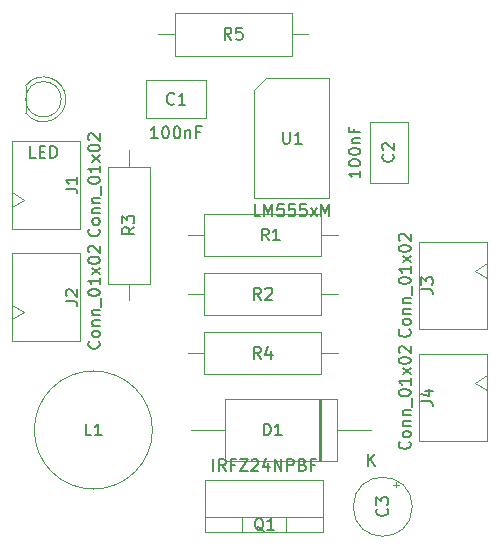
<source format=gbr>
%TF.GenerationSoftware,KiCad,Pcbnew,5.1.10-88a1d61d58~90~ubuntu20.04.1*%
%TF.CreationDate,2022-01-16T22:29:31+00:00*%
%TF.ProjectId,12_24_boost_converter,31325f32-345f-4626-9f6f-73745f636f6e,rev?*%
%TF.SameCoordinates,Original*%
%TF.FileFunction,Other,Fab,Top*%
%FSLAX46Y46*%
G04 Gerber Fmt 4.6, Leading zero omitted, Abs format (unit mm)*
G04 Created by KiCad (PCBNEW 5.1.10-88a1d61d58~90~ubuntu20.04.1) date 2022-01-16 22:29:31*
%MOMM*%
%LPD*%
G01*
G04 APERTURE LIST*
%ADD10C,0.100000*%
%ADD11C,0.150000*%
G04 APERTURE END LIST*
D10*
%TO.C,J4*%
X146850000Y-114000000D02*
X147850000Y-114625000D01*
X147850000Y-113375000D02*
X146850000Y-114000000D01*
X147850000Y-118950000D02*
X147850000Y-111550000D01*
X142100000Y-118950000D02*
X147850000Y-118950000D01*
X142100000Y-111550000D02*
X142100000Y-118950000D01*
X147850000Y-111550000D02*
X142100000Y-111550000D01*
%TO.C,L1*%
X119500000Y-118000000D02*
G75*
G03*
X119500000Y-118000000I-5000000J0D01*
G01*
%TO.C,R5*%
X132700000Y-84500000D02*
X131300000Y-84500000D01*
X120000000Y-84500000D02*
X121400000Y-84500000D01*
X131300000Y-82700000D02*
X121400000Y-82700000D01*
X131300000Y-86300000D02*
X131300000Y-82700000D01*
X121400000Y-86300000D02*
X131300000Y-86300000D01*
X121400000Y-82700000D02*
X121400000Y-86300000D01*
%TO.C,D2*%
X108770000Y-88833810D02*
X108770000Y-91166190D01*
X111770000Y-90000000D02*
G75*
G03*
X111770000Y-90000000I-1500000J0D01*
G01*
X108769445Y-91165476D02*
G75*
G03*
X108770000Y-88833810I1500555J1165476D01*
G01*
%TO.C,D1*%
X135130000Y-120600000D02*
X135130000Y-115400000D01*
X135130000Y-115400000D02*
X125630000Y-115400000D01*
X125630000Y-115400000D02*
X125630000Y-120600000D01*
X125630000Y-120600000D02*
X135130000Y-120600000D01*
X138000000Y-118000000D02*
X135130000Y-118000000D01*
X122760000Y-118000000D02*
X125630000Y-118000000D01*
X133705000Y-120600000D02*
X133705000Y-115400000D01*
X133605000Y-120600000D02*
X133605000Y-115400000D01*
X133805000Y-120600000D02*
X133805000Y-115400000D01*
%TO.C,U1*%
X128135000Y-89230000D02*
X129135000Y-88230000D01*
X128135000Y-98390000D02*
X128135000Y-89230000D01*
X134485000Y-98390000D02*
X128135000Y-98390000D01*
X134485000Y-88230000D02*
X134485000Y-98390000D01*
X129135000Y-88230000D02*
X134485000Y-88230000D01*
%TO.C,R1*%
X135200000Y-101500000D02*
X133800000Y-101500000D01*
X122500000Y-101500000D02*
X123900000Y-101500000D01*
X133800000Y-99700000D02*
X123900000Y-99700000D01*
X133800000Y-103300000D02*
X133800000Y-99700000D01*
X123900000Y-103300000D02*
X133800000Y-103300000D01*
X123900000Y-99700000D02*
X123900000Y-103300000D01*
%TO.C,J3*%
X146850000Y-104500000D02*
X147850000Y-105125000D01*
X147850000Y-103875000D02*
X146850000Y-104500000D01*
X147850000Y-109450000D02*
X147850000Y-102050000D01*
X142100000Y-109450000D02*
X147850000Y-109450000D01*
X142100000Y-102050000D02*
X142100000Y-109450000D01*
X147850000Y-102050000D02*
X142100000Y-102050000D01*
%TO.C,C3*%
X140337500Y-122616395D02*
X139837500Y-122616395D01*
X140087500Y-122366395D02*
X140087500Y-122866395D01*
X141500000Y-124500000D02*
G75*
G03*
X141500000Y-124500000I-2500000J0D01*
G01*
%TO.C,R4*%
X135200000Y-111500000D02*
X133800000Y-111500000D01*
X122500000Y-111500000D02*
X123900000Y-111500000D01*
X133800000Y-109700000D02*
X123900000Y-109700000D01*
X133800000Y-113300000D02*
X133800000Y-109700000D01*
X123900000Y-113300000D02*
X133800000Y-113300000D01*
X123900000Y-109700000D02*
X123900000Y-113300000D01*
%TO.C,R3*%
X117500000Y-94300000D02*
X117500000Y-95700000D01*
X117500000Y-107000000D02*
X117500000Y-105600000D01*
X115700000Y-95700000D02*
X115700000Y-105600000D01*
X119300000Y-95700000D02*
X115700000Y-95700000D01*
X119300000Y-105600000D02*
X119300000Y-95700000D01*
X115700000Y-105600000D02*
X119300000Y-105600000D01*
%TO.C,R2*%
X123900000Y-104700000D02*
X123900000Y-108300000D01*
X123900000Y-108300000D02*
X133800000Y-108300000D01*
X133800000Y-108300000D02*
X133800000Y-104700000D01*
X133800000Y-104700000D02*
X123900000Y-104700000D01*
X122500000Y-106500000D02*
X123900000Y-106500000D01*
X135200000Y-106500000D02*
X133800000Y-106500000D01*
%TO.C,C1*%
X124050000Y-88400000D02*
X118950000Y-88400000D01*
X124050000Y-91600000D02*
X124050000Y-88400000D01*
X118950000Y-91600000D02*
X124050000Y-91600000D01*
X118950000Y-88400000D02*
X118950000Y-91600000D01*
%TO.C,J2*%
X108650000Y-108000000D02*
X107650000Y-107375000D01*
X107650000Y-108625000D02*
X108650000Y-108000000D01*
X107650000Y-103050000D02*
X107650000Y-110450000D01*
X113400000Y-103050000D02*
X107650000Y-103050000D01*
X113400000Y-110450000D02*
X113400000Y-103050000D01*
X107650000Y-110450000D02*
X113400000Y-110450000D01*
%TO.C,C2*%
X141100000Y-97050000D02*
X141100000Y-91950000D01*
X137900000Y-97050000D02*
X141100000Y-97050000D01*
X137900000Y-91950000D02*
X137900000Y-97050000D01*
X141100000Y-91950000D02*
X137900000Y-91950000D01*
%TO.C,Q1*%
X127110000Y-126650000D02*
X127110000Y-125380000D01*
X130810000Y-126650000D02*
X130810000Y-125380000D01*
X133960000Y-125380000D02*
X123960000Y-125380000D01*
X123960000Y-126650000D02*
X133960000Y-126650000D01*
X123960000Y-122250000D02*
X123960000Y-126650000D01*
X133960000Y-122250000D02*
X123960000Y-122250000D01*
X133960000Y-126650000D02*
X133960000Y-122250000D01*
%TO.C,J1*%
X108650000Y-98500000D02*
X107650000Y-97875000D01*
X107650000Y-99125000D02*
X108650000Y-98500000D01*
X107650000Y-93550000D02*
X107650000Y-100950000D01*
X113400000Y-93550000D02*
X107650000Y-93550000D01*
X113400000Y-100950000D02*
X113400000Y-93550000D01*
X107650000Y-100950000D02*
X113400000Y-100950000D01*
%TD*%
%TO.C,J4*%
D11*
X141257142Y-118988095D02*
X141304761Y-119035714D01*
X141352380Y-119178571D01*
X141352380Y-119273809D01*
X141304761Y-119416666D01*
X141209523Y-119511904D01*
X141114285Y-119559523D01*
X140923809Y-119607142D01*
X140780952Y-119607142D01*
X140590476Y-119559523D01*
X140495238Y-119511904D01*
X140400000Y-119416666D01*
X140352380Y-119273809D01*
X140352380Y-119178571D01*
X140400000Y-119035714D01*
X140447619Y-118988095D01*
X141352380Y-118416666D02*
X141304761Y-118511904D01*
X141257142Y-118559523D01*
X141161904Y-118607142D01*
X140876190Y-118607142D01*
X140780952Y-118559523D01*
X140733333Y-118511904D01*
X140685714Y-118416666D01*
X140685714Y-118273809D01*
X140733333Y-118178571D01*
X140780952Y-118130952D01*
X140876190Y-118083333D01*
X141161904Y-118083333D01*
X141257142Y-118130952D01*
X141304761Y-118178571D01*
X141352380Y-118273809D01*
X141352380Y-118416666D01*
X140685714Y-117654761D02*
X141352380Y-117654761D01*
X140780952Y-117654761D02*
X140733333Y-117607142D01*
X140685714Y-117511904D01*
X140685714Y-117369047D01*
X140733333Y-117273809D01*
X140828571Y-117226190D01*
X141352380Y-117226190D01*
X140685714Y-116750000D02*
X141352380Y-116750000D01*
X140780952Y-116750000D02*
X140733333Y-116702380D01*
X140685714Y-116607142D01*
X140685714Y-116464285D01*
X140733333Y-116369047D01*
X140828571Y-116321428D01*
X141352380Y-116321428D01*
X141447619Y-116083333D02*
X141447619Y-115321428D01*
X140352380Y-114892857D02*
X140352380Y-114797619D01*
X140400000Y-114702380D01*
X140447619Y-114654761D01*
X140542857Y-114607142D01*
X140733333Y-114559523D01*
X140971428Y-114559523D01*
X141161904Y-114607142D01*
X141257142Y-114654761D01*
X141304761Y-114702380D01*
X141352380Y-114797619D01*
X141352380Y-114892857D01*
X141304761Y-114988095D01*
X141257142Y-115035714D01*
X141161904Y-115083333D01*
X140971428Y-115130952D01*
X140733333Y-115130952D01*
X140542857Y-115083333D01*
X140447619Y-115035714D01*
X140400000Y-114988095D01*
X140352380Y-114892857D01*
X141352380Y-113607142D02*
X141352380Y-114178571D01*
X141352380Y-113892857D02*
X140352380Y-113892857D01*
X140495238Y-113988095D01*
X140590476Y-114083333D01*
X140638095Y-114178571D01*
X141352380Y-113273809D02*
X140685714Y-112750000D01*
X140685714Y-113273809D02*
X141352380Y-112750000D01*
X140352380Y-112178571D02*
X140352380Y-112083333D01*
X140400000Y-111988095D01*
X140447619Y-111940476D01*
X140542857Y-111892857D01*
X140733333Y-111845238D01*
X140971428Y-111845238D01*
X141161904Y-111892857D01*
X141257142Y-111940476D01*
X141304761Y-111988095D01*
X141352380Y-112083333D01*
X141352380Y-112178571D01*
X141304761Y-112273809D01*
X141257142Y-112321428D01*
X141161904Y-112369047D01*
X140971428Y-112416666D01*
X140733333Y-112416666D01*
X140542857Y-112369047D01*
X140447619Y-112321428D01*
X140400000Y-112273809D01*
X140352380Y-112178571D01*
X140447619Y-111464285D02*
X140400000Y-111416666D01*
X140352380Y-111321428D01*
X140352380Y-111083333D01*
X140400000Y-110988095D01*
X140447619Y-110940476D01*
X140542857Y-110892857D01*
X140638095Y-110892857D01*
X140780952Y-110940476D01*
X141352380Y-111511904D01*
X141352380Y-110892857D01*
X142252380Y-115583333D02*
X142966666Y-115583333D01*
X143109523Y-115630952D01*
X143204761Y-115726190D01*
X143252380Y-115869047D01*
X143252380Y-115964285D01*
X142585714Y-114678571D02*
X143252380Y-114678571D01*
X142204761Y-114916666D02*
X142919047Y-115154761D01*
X142919047Y-114535714D01*
%TO.C,L1*%
X114333333Y-118452380D02*
X113857142Y-118452380D01*
X113857142Y-117452380D01*
X115190476Y-118452380D02*
X114619047Y-118452380D01*
X114904761Y-118452380D02*
X114904761Y-117452380D01*
X114809523Y-117595238D01*
X114714285Y-117690476D01*
X114619047Y-117738095D01*
%TO.C,R5*%
X126183333Y-84952380D02*
X125850000Y-84476190D01*
X125611904Y-84952380D02*
X125611904Y-83952380D01*
X125992857Y-83952380D01*
X126088095Y-84000000D01*
X126135714Y-84047619D01*
X126183333Y-84142857D01*
X126183333Y-84285714D01*
X126135714Y-84380952D01*
X126088095Y-84428571D01*
X125992857Y-84476190D01*
X125611904Y-84476190D01*
X127088095Y-83952380D02*
X126611904Y-83952380D01*
X126564285Y-84428571D01*
X126611904Y-84380952D01*
X126707142Y-84333333D01*
X126945238Y-84333333D01*
X127040476Y-84380952D01*
X127088095Y-84428571D01*
X127135714Y-84523809D01*
X127135714Y-84761904D01*
X127088095Y-84857142D01*
X127040476Y-84904761D01*
X126945238Y-84952380D01*
X126707142Y-84952380D01*
X126611904Y-84904761D01*
X126564285Y-84857142D01*
%TO.C,D2*%
X109627142Y-94952380D02*
X109150952Y-94952380D01*
X109150952Y-93952380D01*
X109960476Y-94428571D02*
X110293809Y-94428571D01*
X110436666Y-94952380D02*
X109960476Y-94952380D01*
X109960476Y-93952380D01*
X110436666Y-93952380D01*
X110865238Y-94952380D02*
X110865238Y-93952380D01*
X111103333Y-93952380D01*
X111246190Y-94000000D01*
X111341428Y-94095238D01*
X111389047Y-94190476D01*
X111436666Y-94380952D01*
X111436666Y-94523809D01*
X111389047Y-94714285D01*
X111341428Y-94809523D01*
X111246190Y-94904761D01*
X111103333Y-94952380D01*
X110865238Y-94952380D01*
%TO.C,D1*%
X137738095Y-121052380D02*
X137738095Y-120052380D01*
X138309523Y-121052380D02*
X137880952Y-120480952D01*
X138309523Y-120052380D02*
X137738095Y-120623809D01*
X128929404Y-118452380D02*
X128929404Y-117452380D01*
X129167500Y-117452380D01*
X129310357Y-117500000D01*
X129405595Y-117595238D01*
X129453214Y-117690476D01*
X129500833Y-117880952D01*
X129500833Y-118023809D01*
X129453214Y-118214285D01*
X129405595Y-118309523D01*
X129310357Y-118404761D01*
X129167500Y-118452380D01*
X128929404Y-118452380D01*
X130453214Y-118452380D02*
X129881785Y-118452380D01*
X130167500Y-118452380D02*
X130167500Y-117452380D01*
X130072261Y-117595238D01*
X129977023Y-117690476D01*
X129881785Y-117738095D01*
%TO.C,U1*%
X128643333Y-99902380D02*
X128167142Y-99902380D01*
X128167142Y-98902380D01*
X128976666Y-99902380D02*
X128976666Y-98902380D01*
X129310000Y-99616666D01*
X129643333Y-98902380D01*
X129643333Y-99902380D01*
X130595714Y-98902380D02*
X130119523Y-98902380D01*
X130071904Y-99378571D01*
X130119523Y-99330952D01*
X130214761Y-99283333D01*
X130452857Y-99283333D01*
X130548095Y-99330952D01*
X130595714Y-99378571D01*
X130643333Y-99473809D01*
X130643333Y-99711904D01*
X130595714Y-99807142D01*
X130548095Y-99854761D01*
X130452857Y-99902380D01*
X130214761Y-99902380D01*
X130119523Y-99854761D01*
X130071904Y-99807142D01*
X131548095Y-98902380D02*
X131071904Y-98902380D01*
X131024285Y-99378571D01*
X131071904Y-99330952D01*
X131167142Y-99283333D01*
X131405238Y-99283333D01*
X131500476Y-99330952D01*
X131548095Y-99378571D01*
X131595714Y-99473809D01*
X131595714Y-99711904D01*
X131548095Y-99807142D01*
X131500476Y-99854761D01*
X131405238Y-99902380D01*
X131167142Y-99902380D01*
X131071904Y-99854761D01*
X131024285Y-99807142D01*
X132500476Y-98902380D02*
X132024285Y-98902380D01*
X131976666Y-99378571D01*
X132024285Y-99330952D01*
X132119523Y-99283333D01*
X132357619Y-99283333D01*
X132452857Y-99330952D01*
X132500476Y-99378571D01*
X132548095Y-99473809D01*
X132548095Y-99711904D01*
X132500476Y-99807142D01*
X132452857Y-99854761D01*
X132357619Y-99902380D01*
X132119523Y-99902380D01*
X132024285Y-99854761D01*
X131976666Y-99807142D01*
X132881428Y-99902380D02*
X133405238Y-99235714D01*
X132881428Y-99235714D02*
X133405238Y-99902380D01*
X133786190Y-99902380D02*
X133786190Y-98902380D01*
X134119523Y-99616666D01*
X134452857Y-98902380D01*
X134452857Y-99902380D01*
X130548095Y-92762380D02*
X130548095Y-93571904D01*
X130595714Y-93667142D01*
X130643333Y-93714761D01*
X130738571Y-93762380D01*
X130929047Y-93762380D01*
X131024285Y-93714761D01*
X131071904Y-93667142D01*
X131119523Y-93571904D01*
X131119523Y-92762380D01*
X132119523Y-93762380D02*
X131548095Y-93762380D01*
X131833809Y-93762380D02*
X131833809Y-92762380D01*
X131738571Y-92905238D01*
X131643333Y-93000476D01*
X131548095Y-93048095D01*
%TO.C,R1*%
X129333333Y-101952380D02*
X129000000Y-101476190D01*
X128761904Y-101952380D02*
X128761904Y-100952380D01*
X129142857Y-100952380D01*
X129238095Y-101000000D01*
X129285714Y-101047619D01*
X129333333Y-101142857D01*
X129333333Y-101285714D01*
X129285714Y-101380952D01*
X129238095Y-101428571D01*
X129142857Y-101476190D01*
X128761904Y-101476190D01*
X130285714Y-101952380D02*
X129714285Y-101952380D01*
X130000000Y-101952380D02*
X130000000Y-100952380D01*
X129904761Y-101095238D01*
X129809523Y-101190476D01*
X129714285Y-101238095D01*
%TO.C,J3*%
X141257142Y-109488095D02*
X141304761Y-109535714D01*
X141352380Y-109678571D01*
X141352380Y-109773809D01*
X141304761Y-109916666D01*
X141209523Y-110011904D01*
X141114285Y-110059523D01*
X140923809Y-110107142D01*
X140780952Y-110107142D01*
X140590476Y-110059523D01*
X140495238Y-110011904D01*
X140400000Y-109916666D01*
X140352380Y-109773809D01*
X140352380Y-109678571D01*
X140400000Y-109535714D01*
X140447619Y-109488095D01*
X141352380Y-108916666D02*
X141304761Y-109011904D01*
X141257142Y-109059523D01*
X141161904Y-109107142D01*
X140876190Y-109107142D01*
X140780952Y-109059523D01*
X140733333Y-109011904D01*
X140685714Y-108916666D01*
X140685714Y-108773809D01*
X140733333Y-108678571D01*
X140780952Y-108630952D01*
X140876190Y-108583333D01*
X141161904Y-108583333D01*
X141257142Y-108630952D01*
X141304761Y-108678571D01*
X141352380Y-108773809D01*
X141352380Y-108916666D01*
X140685714Y-108154761D02*
X141352380Y-108154761D01*
X140780952Y-108154761D02*
X140733333Y-108107142D01*
X140685714Y-108011904D01*
X140685714Y-107869047D01*
X140733333Y-107773809D01*
X140828571Y-107726190D01*
X141352380Y-107726190D01*
X140685714Y-107250000D02*
X141352380Y-107250000D01*
X140780952Y-107250000D02*
X140733333Y-107202380D01*
X140685714Y-107107142D01*
X140685714Y-106964285D01*
X140733333Y-106869047D01*
X140828571Y-106821428D01*
X141352380Y-106821428D01*
X141447619Y-106583333D02*
X141447619Y-105821428D01*
X140352380Y-105392857D02*
X140352380Y-105297619D01*
X140400000Y-105202380D01*
X140447619Y-105154761D01*
X140542857Y-105107142D01*
X140733333Y-105059523D01*
X140971428Y-105059523D01*
X141161904Y-105107142D01*
X141257142Y-105154761D01*
X141304761Y-105202380D01*
X141352380Y-105297619D01*
X141352380Y-105392857D01*
X141304761Y-105488095D01*
X141257142Y-105535714D01*
X141161904Y-105583333D01*
X140971428Y-105630952D01*
X140733333Y-105630952D01*
X140542857Y-105583333D01*
X140447619Y-105535714D01*
X140400000Y-105488095D01*
X140352380Y-105392857D01*
X141352380Y-104107142D02*
X141352380Y-104678571D01*
X141352380Y-104392857D02*
X140352380Y-104392857D01*
X140495238Y-104488095D01*
X140590476Y-104583333D01*
X140638095Y-104678571D01*
X141352380Y-103773809D02*
X140685714Y-103250000D01*
X140685714Y-103773809D02*
X141352380Y-103250000D01*
X140352380Y-102678571D02*
X140352380Y-102583333D01*
X140400000Y-102488095D01*
X140447619Y-102440476D01*
X140542857Y-102392857D01*
X140733333Y-102345238D01*
X140971428Y-102345238D01*
X141161904Y-102392857D01*
X141257142Y-102440476D01*
X141304761Y-102488095D01*
X141352380Y-102583333D01*
X141352380Y-102678571D01*
X141304761Y-102773809D01*
X141257142Y-102821428D01*
X141161904Y-102869047D01*
X140971428Y-102916666D01*
X140733333Y-102916666D01*
X140542857Y-102869047D01*
X140447619Y-102821428D01*
X140400000Y-102773809D01*
X140352380Y-102678571D01*
X140447619Y-101964285D02*
X140400000Y-101916666D01*
X140352380Y-101821428D01*
X140352380Y-101583333D01*
X140400000Y-101488095D01*
X140447619Y-101440476D01*
X140542857Y-101392857D01*
X140638095Y-101392857D01*
X140780952Y-101440476D01*
X141352380Y-102011904D01*
X141352380Y-101392857D01*
X142252380Y-106083333D02*
X142966666Y-106083333D01*
X143109523Y-106130952D01*
X143204761Y-106226190D01*
X143252380Y-106369047D01*
X143252380Y-106464285D01*
X142252380Y-105702380D02*
X142252380Y-105083333D01*
X142633333Y-105416666D01*
X142633333Y-105273809D01*
X142680952Y-105178571D01*
X142728571Y-105130952D01*
X142823809Y-105083333D01*
X143061904Y-105083333D01*
X143157142Y-105130952D01*
X143204761Y-105178571D01*
X143252380Y-105273809D01*
X143252380Y-105559523D01*
X143204761Y-105654761D01*
X143157142Y-105702380D01*
%TO.C,C3*%
X139357142Y-124666666D02*
X139404761Y-124714285D01*
X139452380Y-124857142D01*
X139452380Y-124952380D01*
X139404761Y-125095238D01*
X139309523Y-125190476D01*
X139214285Y-125238095D01*
X139023809Y-125285714D01*
X138880952Y-125285714D01*
X138690476Y-125238095D01*
X138595238Y-125190476D01*
X138500000Y-125095238D01*
X138452380Y-124952380D01*
X138452380Y-124857142D01*
X138500000Y-124714285D01*
X138547619Y-124666666D01*
X138452380Y-124333333D02*
X138452380Y-123714285D01*
X138833333Y-124047619D01*
X138833333Y-123904761D01*
X138880952Y-123809523D01*
X138928571Y-123761904D01*
X139023809Y-123714285D01*
X139261904Y-123714285D01*
X139357142Y-123761904D01*
X139404761Y-123809523D01*
X139452380Y-123904761D01*
X139452380Y-124190476D01*
X139404761Y-124285714D01*
X139357142Y-124333333D01*
%TO.C,R4*%
X128683333Y-111952380D02*
X128350000Y-111476190D01*
X128111904Y-111952380D02*
X128111904Y-110952380D01*
X128492857Y-110952380D01*
X128588095Y-111000000D01*
X128635714Y-111047619D01*
X128683333Y-111142857D01*
X128683333Y-111285714D01*
X128635714Y-111380952D01*
X128588095Y-111428571D01*
X128492857Y-111476190D01*
X128111904Y-111476190D01*
X129540476Y-111285714D02*
X129540476Y-111952380D01*
X129302380Y-110904761D02*
X129064285Y-111619047D01*
X129683333Y-111619047D01*
%TO.C,R3*%
X117952380Y-100816666D02*
X117476190Y-101150000D01*
X117952380Y-101388095D02*
X116952380Y-101388095D01*
X116952380Y-101007142D01*
X117000000Y-100911904D01*
X117047619Y-100864285D01*
X117142857Y-100816666D01*
X117285714Y-100816666D01*
X117380952Y-100864285D01*
X117428571Y-100911904D01*
X117476190Y-101007142D01*
X117476190Y-101388095D01*
X116952380Y-100483333D02*
X116952380Y-99864285D01*
X117333333Y-100197619D01*
X117333333Y-100054761D01*
X117380952Y-99959523D01*
X117428571Y-99911904D01*
X117523809Y-99864285D01*
X117761904Y-99864285D01*
X117857142Y-99911904D01*
X117904761Y-99959523D01*
X117952380Y-100054761D01*
X117952380Y-100340476D01*
X117904761Y-100435714D01*
X117857142Y-100483333D01*
%TO.C,R2*%
X128683333Y-106952380D02*
X128350000Y-106476190D01*
X128111904Y-106952380D02*
X128111904Y-105952380D01*
X128492857Y-105952380D01*
X128588095Y-106000000D01*
X128635714Y-106047619D01*
X128683333Y-106142857D01*
X128683333Y-106285714D01*
X128635714Y-106380952D01*
X128588095Y-106428571D01*
X128492857Y-106476190D01*
X128111904Y-106476190D01*
X129064285Y-106047619D02*
X129111904Y-106000000D01*
X129207142Y-105952380D01*
X129445238Y-105952380D01*
X129540476Y-106000000D01*
X129588095Y-106047619D01*
X129635714Y-106142857D01*
X129635714Y-106238095D01*
X129588095Y-106380952D01*
X129016666Y-106952380D01*
X129635714Y-106952380D01*
%TO.C,C1*%
X119952380Y-93302380D02*
X119380952Y-93302380D01*
X119666666Y-93302380D02*
X119666666Y-92302380D01*
X119571428Y-92445238D01*
X119476190Y-92540476D01*
X119380952Y-92588095D01*
X120571428Y-92302380D02*
X120666666Y-92302380D01*
X120761904Y-92350000D01*
X120809523Y-92397619D01*
X120857142Y-92492857D01*
X120904761Y-92683333D01*
X120904761Y-92921428D01*
X120857142Y-93111904D01*
X120809523Y-93207142D01*
X120761904Y-93254761D01*
X120666666Y-93302380D01*
X120571428Y-93302380D01*
X120476190Y-93254761D01*
X120428571Y-93207142D01*
X120380952Y-93111904D01*
X120333333Y-92921428D01*
X120333333Y-92683333D01*
X120380952Y-92492857D01*
X120428571Y-92397619D01*
X120476190Y-92350000D01*
X120571428Y-92302380D01*
X121523809Y-92302380D02*
X121619047Y-92302380D01*
X121714285Y-92350000D01*
X121761904Y-92397619D01*
X121809523Y-92492857D01*
X121857142Y-92683333D01*
X121857142Y-92921428D01*
X121809523Y-93111904D01*
X121761904Y-93207142D01*
X121714285Y-93254761D01*
X121619047Y-93302380D01*
X121523809Y-93302380D01*
X121428571Y-93254761D01*
X121380952Y-93207142D01*
X121333333Y-93111904D01*
X121285714Y-92921428D01*
X121285714Y-92683333D01*
X121333333Y-92492857D01*
X121380952Y-92397619D01*
X121428571Y-92350000D01*
X121523809Y-92302380D01*
X122285714Y-92635714D02*
X122285714Y-93302380D01*
X122285714Y-92730952D02*
X122333333Y-92683333D01*
X122428571Y-92635714D01*
X122571428Y-92635714D01*
X122666666Y-92683333D01*
X122714285Y-92778571D01*
X122714285Y-93302380D01*
X123523809Y-92778571D02*
X123190476Y-92778571D01*
X123190476Y-93302380D02*
X123190476Y-92302380D01*
X123666666Y-92302380D01*
X121333333Y-90357142D02*
X121285714Y-90404761D01*
X121142857Y-90452380D01*
X121047619Y-90452380D01*
X120904761Y-90404761D01*
X120809523Y-90309523D01*
X120761904Y-90214285D01*
X120714285Y-90023809D01*
X120714285Y-89880952D01*
X120761904Y-89690476D01*
X120809523Y-89595238D01*
X120904761Y-89500000D01*
X121047619Y-89452380D01*
X121142857Y-89452380D01*
X121285714Y-89500000D01*
X121333333Y-89547619D01*
X122285714Y-90452380D02*
X121714285Y-90452380D01*
X122000000Y-90452380D02*
X122000000Y-89452380D01*
X121904761Y-89595238D01*
X121809523Y-89690476D01*
X121714285Y-89738095D01*
%TO.C,J2*%
X114957142Y-110488095D02*
X115004761Y-110535714D01*
X115052380Y-110678571D01*
X115052380Y-110773809D01*
X115004761Y-110916666D01*
X114909523Y-111011904D01*
X114814285Y-111059523D01*
X114623809Y-111107142D01*
X114480952Y-111107142D01*
X114290476Y-111059523D01*
X114195238Y-111011904D01*
X114100000Y-110916666D01*
X114052380Y-110773809D01*
X114052380Y-110678571D01*
X114100000Y-110535714D01*
X114147619Y-110488095D01*
X115052380Y-109916666D02*
X115004761Y-110011904D01*
X114957142Y-110059523D01*
X114861904Y-110107142D01*
X114576190Y-110107142D01*
X114480952Y-110059523D01*
X114433333Y-110011904D01*
X114385714Y-109916666D01*
X114385714Y-109773809D01*
X114433333Y-109678571D01*
X114480952Y-109630952D01*
X114576190Y-109583333D01*
X114861904Y-109583333D01*
X114957142Y-109630952D01*
X115004761Y-109678571D01*
X115052380Y-109773809D01*
X115052380Y-109916666D01*
X114385714Y-109154761D02*
X115052380Y-109154761D01*
X114480952Y-109154761D02*
X114433333Y-109107142D01*
X114385714Y-109011904D01*
X114385714Y-108869047D01*
X114433333Y-108773809D01*
X114528571Y-108726190D01*
X115052380Y-108726190D01*
X114385714Y-108250000D02*
X115052380Y-108250000D01*
X114480952Y-108250000D02*
X114433333Y-108202380D01*
X114385714Y-108107142D01*
X114385714Y-107964285D01*
X114433333Y-107869047D01*
X114528571Y-107821428D01*
X115052380Y-107821428D01*
X115147619Y-107583333D02*
X115147619Y-106821428D01*
X114052380Y-106392857D02*
X114052380Y-106297619D01*
X114100000Y-106202380D01*
X114147619Y-106154761D01*
X114242857Y-106107142D01*
X114433333Y-106059523D01*
X114671428Y-106059523D01*
X114861904Y-106107142D01*
X114957142Y-106154761D01*
X115004761Y-106202380D01*
X115052380Y-106297619D01*
X115052380Y-106392857D01*
X115004761Y-106488095D01*
X114957142Y-106535714D01*
X114861904Y-106583333D01*
X114671428Y-106630952D01*
X114433333Y-106630952D01*
X114242857Y-106583333D01*
X114147619Y-106535714D01*
X114100000Y-106488095D01*
X114052380Y-106392857D01*
X115052380Y-105107142D02*
X115052380Y-105678571D01*
X115052380Y-105392857D02*
X114052380Y-105392857D01*
X114195238Y-105488095D01*
X114290476Y-105583333D01*
X114338095Y-105678571D01*
X115052380Y-104773809D02*
X114385714Y-104250000D01*
X114385714Y-104773809D02*
X115052380Y-104250000D01*
X114052380Y-103678571D02*
X114052380Y-103583333D01*
X114100000Y-103488095D01*
X114147619Y-103440476D01*
X114242857Y-103392857D01*
X114433333Y-103345238D01*
X114671428Y-103345238D01*
X114861904Y-103392857D01*
X114957142Y-103440476D01*
X115004761Y-103488095D01*
X115052380Y-103583333D01*
X115052380Y-103678571D01*
X115004761Y-103773809D01*
X114957142Y-103821428D01*
X114861904Y-103869047D01*
X114671428Y-103916666D01*
X114433333Y-103916666D01*
X114242857Y-103869047D01*
X114147619Y-103821428D01*
X114100000Y-103773809D01*
X114052380Y-103678571D01*
X114147619Y-102964285D02*
X114100000Y-102916666D01*
X114052380Y-102821428D01*
X114052380Y-102583333D01*
X114100000Y-102488095D01*
X114147619Y-102440476D01*
X114242857Y-102392857D01*
X114338095Y-102392857D01*
X114480952Y-102440476D01*
X115052380Y-103011904D01*
X115052380Y-102392857D01*
X112152380Y-107083333D02*
X112866666Y-107083333D01*
X113009523Y-107130952D01*
X113104761Y-107226190D01*
X113152380Y-107369047D01*
X113152380Y-107464285D01*
X112247619Y-106654761D02*
X112200000Y-106607142D01*
X112152380Y-106511904D01*
X112152380Y-106273809D01*
X112200000Y-106178571D01*
X112247619Y-106130952D01*
X112342857Y-106083333D01*
X112438095Y-106083333D01*
X112580952Y-106130952D01*
X113152380Y-106702380D01*
X113152380Y-106083333D01*
%TO.C,C2*%
X137102380Y-96047619D02*
X137102380Y-96619047D01*
X137102380Y-96333333D02*
X136102380Y-96333333D01*
X136245238Y-96428571D01*
X136340476Y-96523809D01*
X136388095Y-96619047D01*
X136102380Y-95428571D02*
X136102380Y-95333333D01*
X136150000Y-95238095D01*
X136197619Y-95190476D01*
X136292857Y-95142857D01*
X136483333Y-95095238D01*
X136721428Y-95095238D01*
X136911904Y-95142857D01*
X137007142Y-95190476D01*
X137054761Y-95238095D01*
X137102380Y-95333333D01*
X137102380Y-95428571D01*
X137054761Y-95523809D01*
X137007142Y-95571428D01*
X136911904Y-95619047D01*
X136721428Y-95666666D01*
X136483333Y-95666666D01*
X136292857Y-95619047D01*
X136197619Y-95571428D01*
X136150000Y-95523809D01*
X136102380Y-95428571D01*
X136102380Y-94476190D02*
X136102380Y-94380952D01*
X136150000Y-94285714D01*
X136197619Y-94238095D01*
X136292857Y-94190476D01*
X136483333Y-94142857D01*
X136721428Y-94142857D01*
X136911904Y-94190476D01*
X137007142Y-94238095D01*
X137054761Y-94285714D01*
X137102380Y-94380952D01*
X137102380Y-94476190D01*
X137054761Y-94571428D01*
X137007142Y-94619047D01*
X136911904Y-94666666D01*
X136721428Y-94714285D01*
X136483333Y-94714285D01*
X136292857Y-94666666D01*
X136197619Y-94619047D01*
X136150000Y-94571428D01*
X136102380Y-94476190D01*
X136435714Y-93714285D02*
X137102380Y-93714285D01*
X136530952Y-93714285D02*
X136483333Y-93666666D01*
X136435714Y-93571428D01*
X136435714Y-93428571D01*
X136483333Y-93333333D01*
X136578571Y-93285714D01*
X137102380Y-93285714D01*
X136578571Y-92476190D02*
X136578571Y-92809523D01*
X137102380Y-92809523D02*
X136102380Y-92809523D01*
X136102380Y-92333333D01*
X139857142Y-94666666D02*
X139904761Y-94714285D01*
X139952380Y-94857142D01*
X139952380Y-94952380D01*
X139904761Y-95095238D01*
X139809523Y-95190476D01*
X139714285Y-95238095D01*
X139523809Y-95285714D01*
X139380952Y-95285714D01*
X139190476Y-95238095D01*
X139095238Y-95190476D01*
X139000000Y-95095238D01*
X138952380Y-94952380D01*
X138952380Y-94857142D01*
X139000000Y-94714285D01*
X139047619Y-94666666D01*
X139047619Y-94285714D02*
X139000000Y-94238095D01*
X138952380Y-94142857D01*
X138952380Y-93904761D01*
X139000000Y-93809523D01*
X139047619Y-93761904D01*
X139142857Y-93714285D01*
X139238095Y-93714285D01*
X139380952Y-93761904D01*
X139952380Y-94333333D01*
X139952380Y-93714285D01*
%TO.C,Q1*%
X124650476Y-121452380D02*
X124650476Y-120452380D01*
X125698095Y-121452380D02*
X125364761Y-120976190D01*
X125126666Y-121452380D02*
X125126666Y-120452380D01*
X125507619Y-120452380D01*
X125602857Y-120500000D01*
X125650476Y-120547619D01*
X125698095Y-120642857D01*
X125698095Y-120785714D01*
X125650476Y-120880952D01*
X125602857Y-120928571D01*
X125507619Y-120976190D01*
X125126666Y-120976190D01*
X126460000Y-120928571D02*
X126126666Y-120928571D01*
X126126666Y-121452380D02*
X126126666Y-120452380D01*
X126602857Y-120452380D01*
X126888571Y-120452380D02*
X127555238Y-120452380D01*
X126888571Y-121452380D01*
X127555238Y-121452380D01*
X127888571Y-120547619D02*
X127936190Y-120500000D01*
X128031428Y-120452380D01*
X128269523Y-120452380D01*
X128364761Y-120500000D01*
X128412380Y-120547619D01*
X128460000Y-120642857D01*
X128460000Y-120738095D01*
X128412380Y-120880952D01*
X127840952Y-121452380D01*
X128460000Y-121452380D01*
X129317142Y-120785714D02*
X129317142Y-121452380D01*
X129079047Y-120404761D02*
X128840952Y-121119047D01*
X129460000Y-121119047D01*
X129840952Y-121452380D02*
X129840952Y-120452380D01*
X130412380Y-121452380D01*
X130412380Y-120452380D01*
X130888571Y-121452380D02*
X130888571Y-120452380D01*
X131269523Y-120452380D01*
X131364761Y-120500000D01*
X131412380Y-120547619D01*
X131460000Y-120642857D01*
X131460000Y-120785714D01*
X131412380Y-120880952D01*
X131364761Y-120928571D01*
X131269523Y-120976190D01*
X130888571Y-120976190D01*
X132221904Y-120928571D02*
X132364761Y-120976190D01*
X132412380Y-121023809D01*
X132460000Y-121119047D01*
X132460000Y-121261904D01*
X132412380Y-121357142D01*
X132364761Y-121404761D01*
X132269523Y-121452380D01*
X131888571Y-121452380D01*
X131888571Y-120452380D01*
X132221904Y-120452380D01*
X132317142Y-120500000D01*
X132364761Y-120547619D01*
X132412380Y-120642857D01*
X132412380Y-120738095D01*
X132364761Y-120833333D01*
X132317142Y-120880952D01*
X132221904Y-120928571D01*
X131888571Y-120928571D01*
X133221904Y-120928571D02*
X132888571Y-120928571D01*
X132888571Y-121452380D02*
X132888571Y-120452380D01*
X133364761Y-120452380D01*
X128904761Y-126547619D02*
X128809523Y-126500000D01*
X128714285Y-126404761D01*
X128571428Y-126261904D01*
X128476190Y-126214285D01*
X128380952Y-126214285D01*
X128428571Y-126452380D02*
X128333333Y-126404761D01*
X128238095Y-126309523D01*
X128190476Y-126119047D01*
X128190476Y-125785714D01*
X128238095Y-125595238D01*
X128333333Y-125500000D01*
X128428571Y-125452380D01*
X128619047Y-125452380D01*
X128714285Y-125500000D01*
X128809523Y-125595238D01*
X128857142Y-125785714D01*
X128857142Y-126119047D01*
X128809523Y-126309523D01*
X128714285Y-126404761D01*
X128619047Y-126452380D01*
X128428571Y-126452380D01*
X129809523Y-126452380D02*
X129238095Y-126452380D01*
X129523809Y-126452380D02*
X129523809Y-125452380D01*
X129428571Y-125595238D01*
X129333333Y-125690476D01*
X129238095Y-125738095D01*
%TO.C,J1*%
X114957142Y-100988095D02*
X115004761Y-101035714D01*
X115052380Y-101178571D01*
X115052380Y-101273809D01*
X115004761Y-101416666D01*
X114909523Y-101511904D01*
X114814285Y-101559523D01*
X114623809Y-101607142D01*
X114480952Y-101607142D01*
X114290476Y-101559523D01*
X114195238Y-101511904D01*
X114100000Y-101416666D01*
X114052380Y-101273809D01*
X114052380Y-101178571D01*
X114100000Y-101035714D01*
X114147619Y-100988095D01*
X115052380Y-100416666D02*
X115004761Y-100511904D01*
X114957142Y-100559523D01*
X114861904Y-100607142D01*
X114576190Y-100607142D01*
X114480952Y-100559523D01*
X114433333Y-100511904D01*
X114385714Y-100416666D01*
X114385714Y-100273809D01*
X114433333Y-100178571D01*
X114480952Y-100130952D01*
X114576190Y-100083333D01*
X114861904Y-100083333D01*
X114957142Y-100130952D01*
X115004761Y-100178571D01*
X115052380Y-100273809D01*
X115052380Y-100416666D01*
X114385714Y-99654761D02*
X115052380Y-99654761D01*
X114480952Y-99654761D02*
X114433333Y-99607142D01*
X114385714Y-99511904D01*
X114385714Y-99369047D01*
X114433333Y-99273809D01*
X114528571Y-99226190D01*
X115052380Y-99226190D01*
X114385714Y-98750000D02*
X115052380Y-98750000D01*
X114480952Y-98750000D02*
X114433333Y-98702380D01*
X114385714Y-98607142D01*
X114385714Y-98464285D01*
X114433333Y-98369047D01*
X114528571Y-98321428D01*
X115052380Y-98321428D01*
X115147619Y-98083333D02*
X115147619Y-97321428D01*
X114052380Y-96892857D02*
X114052380Y-96797619D01*
X114100000Y-96702380D01*
X114147619Y-96654761D01*
X114242857Y-96607142D01*
X114433333Y-96559523D01*
X114671428Y-96559523D01*
X114861904Y-96607142D01*
X114957142Y-96654761D01*
X115004761Y-96702380D01*
X115052380Y-96797619D01*
X115052380Y-96892857D01*
X115004761Y-96988095D01*
X114957142Y-97035714D01*
X114861904Y-97083333D01*
X114671428Y-97130952D01*
X114433333Y-97130952D01*
X114242857Y-97083333D01*
X114147619Y-97035714D01*
X114100000Y-96988095D01*
X114052380Y-96892857D01*
X115052380Y-95607142D02*
X115052380Y-96178571D01*
X115052380Y-95892857D02*
X114052380Y-95892857D01*
X114195238Y-95988095D01*
X114290476Y-96083333D01*
X114338095Y-96178571D01*
X115052380Y-95273809D02*
X114385714Y-94750000D01*
X114385714Y-95273809D02*
X115052380Y-94750000D01*
X114052380Y-94178571D02*
X114052380Y-94083333D01*
X114100000Y-93988095D01*
X114147619Y-93940476D01*
X114242857Y-93892857D01*
X114433333Y-93845238D01*
X114671428Y-93845238D01*
X114861904Y-93892857D01*
X114957142Y-93940476D01*
X115004761Y-93988095D01*
X115052380Y-94083333D01*
X115052380Y-94178571D01*
X115004761Y-94273809D01*
X114957142Y-94321428D01*
X114861904Y-94369047D01*
X114671428Y-94416666D01*
X114433333Y-94416666D01*
X114242857Y-94369047D01*
X114147619Y-94321428D01*
X114100000Y-94273809D01*
X114052380Y-94178571D01*
X114147619Y-93464285D02*
X114100000Y-93416666D01*
X114052380Y-93321428D01*
X114052380Y-93083333D01*
X114100000Y-92988095D01*
X114147619Y-92940476D01*
X114242857Y-92892857D01*
X114338095Y-92892857D01*
X114480952Y-92940476D01*
X115052380Y-93511904D01*
X115052380Y-92892857D01*
X112152380Y-97583333D02*
X112866666Y-97583333D01*
X113009523Y-97630952D01*
X113104761Y-97726190D01*
X113152380Y-97869047D01*
X113152380Y-97964285D01*
X113152380Y-96583333D02*
X113152380Y-97154761D01*
X113152380Y-96869047D02*
X112152380Y-96869047D01*
X112295238Y-96964285D01*
X112390476Y-97059523D01*
X112438095Y-97154761D01*
%TD*%
M02*

</source>
